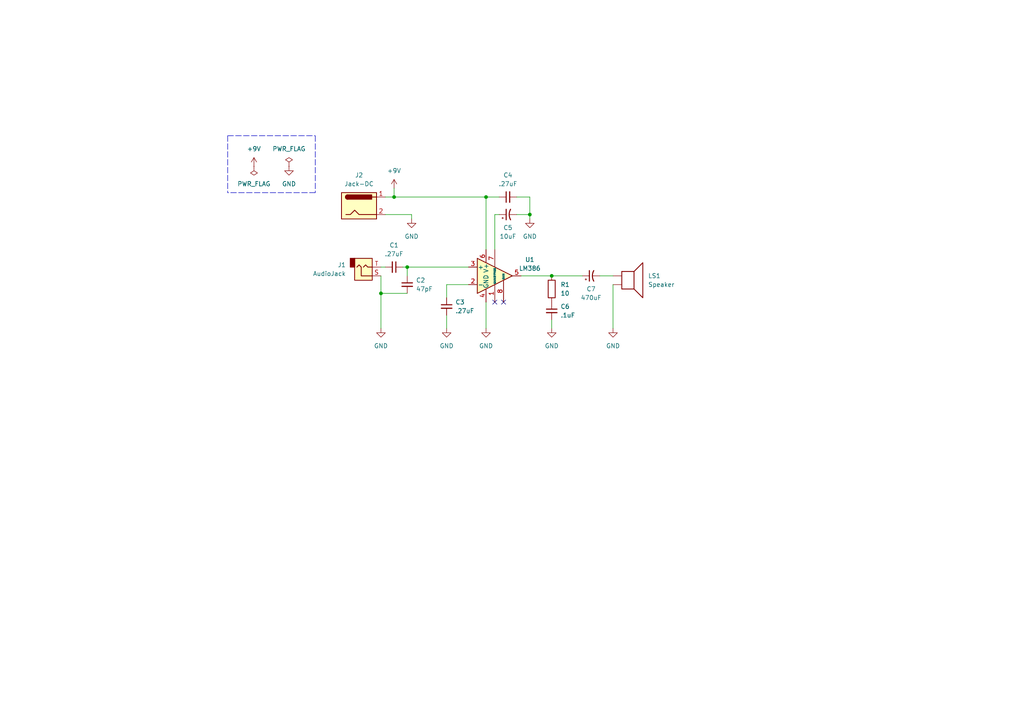
<source format=kicad_sch>
(kicad_sch (version 20211123) (generator eeschema)
  (paper "A4")
  (lib_symbols
    (symbol "Amplifier_Audio:LM386" (pin_names (offset 0.127))
      (property "Reference" "U" (at 1.27 7.62 0))
      (property "Value" "LM386" (at 1.27 5.08 0))
      (symbol "LM386_0_1"
        (polyline (pts (xy 5.08 0) (xy -5.08 5.08) (xy -5.08 -5.08) (xy 5.08 0)) (stroke (width 0.254)) (fill (type background)))
      )
      (symbol "LM386_1_1"
        (pin input line (at 0 -7.62 90) (length 5.08) (name "GAIN") (number "1"))
        (pin input line (at -7.62 -2.54 0) (length 2.54) (name "-") (number "2"))
        (pin input line (at -7.62 2.54 0) (length 2.54) (name "+") (number "3"))
        (pin power_in line (at -2.54 -7.62 90) (length 3.81) (name "GND") (number "4"))
        (pin output line (at 7.62 0 180) (length 2.54) (name "~") (number "5"))
        (pin power_in line (at -2.54 7.62 270) (length 3.81) (name "V+") (number "6"))
        (pin input line (at 0 7.62 270) (length 5.08) (name "BYPASS") (number "7"))
        (pin input line (at 2.54 -7.62 90) (length 6.35) (name "GAIN") (number "8"))
      )
    )
    (symbol "Connector:AudioJack2"
      (property "Reference" "J" (at 0 8.89 0))
      (property "Value" "AudioJack2" (at 0 6.35 0))
      (symbol "AudioJack2_0_1"
        (rectangle (start -3.81 0) (end -2.54 -2.54) (stroke (width 0.254)) (fill (type outline)))
        (rectangle (start -2.54 3.81) (end 2.54 -2.54) (stroke (width 0.254)) (fill (type background)))
        (polyline (pts (xy 0 0) (xy 0.635 -0.635) (xy 1.27 0) (xy 2.54 0)) (stroke (width 0.254)))
        (polyline (pts (xy 2.54 2.54) (xy -0.635 2.54) (xy -0.635 0) (xy -1.27 -0.635) (xy -1.905 0)) (stroke (width 0.254)))
      )
      (symbol "AudioJack2_1_1"
        (pin passive line (at 5.08 2.54 180) (length 2.54) (name "~") (number "S"))
        (pin passive line (at 5.08 0 180) (length 2.54) (name "~") (number "T"))
      )
    )
    (symbol "Connector:Jack-DC" (pin_names (offset 1.016))
      (property "Reference" "J" (at 0 5.334 0))
      (property "Value" "Jack-DC" (at 0 -5.08 0))
      (symbol "Jack-DC_0_1"
        (rectangle (start -5.08 3.81) (end 5.08 -3.81) (stroke (width 0.254)) (fill (type background)))
        (arc (start -3.302 3.175) (mid -3.937 2.54) (end -3.302 1.905) (stroke (width 0.254)))
        (arc (start -3.302 3.175) (mid -3.937 2.54) (end -3.302 1.905) (stroke (width 0.254)) (fill (type outline)))
        (polyline (pts (xy 5.08 2.54) (xy 3.81 2.54)) (stroke (width 0.254)))
        (polyline (pts (xy -3.81 -2.54) (xy -2.54 -2.54) (xy -1.27 -1.27) (xy 0 -2.54) (xy 2.54 -2.54) (xy 5.08 -2.54)) (stroke (width 0.254)))
        (rectangle (start 3.683 3.175) (end -3.302 1.905) (stroke (width 0.254)) (fill (type outline)))
      )
      (symbol "Jack-DC_1_1"
        (pin passive line (at 7.62 2.54 180) (length 2.54) (name "~") (number "1"))
        (pin passive line (at 7.62 -2.54 180) (length 2.54) (name "~") (number "2"))
      )
    )
    (symbol "Device:C_Polarized_Small_US" (pin_numbers hide) (pin_names (offset 0.254) hide)
      (property "Reference" "C" (at 0.254 1.778 0))
      (property "Value" "C_Polarized_Small_US" (at 0.254 -2.032 0))
      (symbol "C_Polarized_Small_US_0_1"
        (polyline (pts (xy -1.524 0.508) (xy 1.524 0.508)) (stroke (width 0.3048)))
        (polyline (pts (xy -1.27 1.524) (xy -0.762 1.524)))
        (polyline (pts (xy -1.016 1.27) (xy -1.016 1.778)))
        (arc (start 1.524 -0.762) (mid 0 -0.3734) (end -1.524 -0.762) (stroke (width 0.3048)))
      )
      (symbol "C_Polarized_Small_US_1_1"
        (pin passive line (at 0 2.54 270) (length 2.032) (name "~") (number "1"))
        (pin passive line (at 0 -2.54 90) (length 2.032) (name "~") (number "2"))
      )
    )
    (symbol "Device:C_Small" (pin_numbers hide) (pin_names (offset 0.254) hide)
      (property "Reference" "C" (at 0.254 1.778 0))
      (property "Value" "C_Small" (at 0.254 -2.032 0))
      (symbol "C_Small_0_1"
        (polyline (pts (xy -1.524 -0.508) (xy 1.524 -0.508)) (stroke (width 0.3302)))
        (polyline (pts (xy -1.524 0.508) (xy 1.524 0.508)) (stroke (width 0.3048)))
      )
      (symbol "C_Small_1_1"
        (pin passive line (at 0 2.54 270) (length 2.032) (name "~") (number "1"))
        (pin passive line (at 0 -2.54 90) (length 2.032) (name "~") (number "2"))
      )
    )
    (symbol "Device:R" (pin_numbers hide) (pin_names (offset 0))
      (property "Reference" "R" (at 2.032 0 90))
      (property "Value" "R" (at 0 0 90))
      (symbol "R_0_1"
        (rectangle (start -1.016 -2.54) (end 1.016 2.54) (stroke (width 0.254)))
      )
      (symbol "R_1_1"
        (pin passive line (at 0 3.81 270) (length 1.27) (name "~") (number "1"))
        (pin passive line (at 0 -3.81 90) (length 1.27) (name "~") (number "2"))
      )
    )
    (symbol "Device:Speaker" (pin_numbers hide) (pin_names (offset 0) hide)
      (property "Reference" "LS" (at 1.27 5.715 0))
      (property "Value" "Speaker" (at 1.27 3.81 0))
      (symbol "Speaker_0_0"
        (rectangle (start -2.54 1.27) (end 1.016 -3.81) (stroke (width 0.254)))
        (polyline (pts (xy 1.016 1.27) (xy 3.556 3.81) (xy 3.556 -6.35) (xy 1.016 -3.81)) (stroke (width 0.254)))
      )
      (symbol "Speaker_1_1"
        (pin input line (at -5.08 0 0) (length 2.54) (name "1") (number "1"))
        (pin input line (at -5.08 -2.54 0) (length 2.54) (name "2") (number "2"))
      )
    )
    (symbol "power:+9V" (power) (pin_numbers hide) (pin_names (offset 0) hide)
      (property "Value" "+9V" (at 0 3.556 0))
      (symbol "+9V_0_1"
        (polyline (pts (xy -0.762 1.27) (xy 0 2.54)))
        (polyline (pts (xy 0 0) (xy 0 2.54)))
        (polyline (pts (xy 0 2.54) (xy 0.762 1.27)))
      )
      (symbol "+9V_1_1"
        (pin power_in line (at 0 0 90) (length 0) hide (name "+9V") (number "1"))
      )
    )
    (symbol "power:GND" (power) (pin_numbers hide) (pin_names (offset 0) hide)
      (property "Value" "GND" (at 0 -3.81 0))
      (symbol "GND_0_1"
        (polyline (pts (xy 0 0) (xy 0 -1.27) (xy 1.27 -1.27) (xy 0 -2.54) (xy -1.27 -1.27) (xy 0 -1.27)))
      )
      (symbol "GND_1_1"
        (pin power_in line (at 0 0 270) (length 0) hide (name "GND") (number "1"))
      )
    )
    (symbol "power:PWR_FLAG" (power) (pin_numbers hide) (pin_names (offset 0) hide)
      (property "Value" "PWR_FLAG" (at 0 3.81 0))
      (symbol "PWR_FLAG_0_0"
        (pin power_out line (at 0 0 90) (length 0) (name "pwr") (number "1"))
      )
      (symbol "PWR_FLAG_0_1"
        (polyline (pts (xy 0 0) (xy 0 1.27) (xy -1.016 1.905) (xy 0 2.54) (xy 1.016 1.905) (xy 0 1.27)))
      )
    )
  )
  (junction (at 140.97 57.15))
  (junction (at 160.02 80.01))
  (junction (at 118.11 77.47))
  (junction (at 110.49 85.09))
  (junction (at 153.67 62.23))
  (junction (at 114.3 57.15))
  (no_connect (at 143.51 87.63))
  (no_connect (at 146.05 87.63))
  (wire (pts (xy 129.54 91.44) (xy 129.54 95.25)))
  (wire (pts (xy 151.13 80.01) (xy 160.02 80.01)))
  (wire (pts (xy 114.3 54.61) (xy 114.3 57.15)))
  (wire (pts (xy 168.91 80.01) (xy 160.02 80.01)))
  (wire (pts (xy 129.54 82.55) (xy 135.89 82.55)))
  (wire (pts (xy 110.49 85.09) (xy 110.49 80.01)))
  (wire (pts (xy 140.97 57.15) (xy 144.78 57.15)))
  (wire (pts (xy 153.67 63.5) (xy 153.67 62.23)))
  (wire (pts (xy 111.76 57.15) (xy 114.3 57.15)))
  (wire (pts (xy 143.51 62.23) (xy 143.51 72.39)))
  (wire (pts (xy 153.67 57.15) (xy 149.86 57.15)))
  (wire (pts (xy 111.76 62.23) (xy 119.38 62.23)))
  (wire (pts (xy 140.97 87.63) (xy 140.97 95.25)))
  (wire (pts (xy 114.3 57.15) (xy 140.97 57.15)))
  (wire (pts (xy 173.99 80.01) (xy 177.8 80.01)))
  (polyline (pts (xy 91.44 55.88) (xy 66.04 55.88)))
  (polyline (pts (xy 66.04 39.37) (xy 91.44 39.37)))
  (wire (pts (xy 177.8 82.55) (xy 177.8 95.25)))
  (polyline (pts (xy 66.04 39.37) (xy 66.04 55.88)))
  (wire (pts (xy 153.67 62.23) (xy 153.67 57.15)))
  (wire (pts (xy 129.54 86.36) (xy 129.54 82.55)))
  (wire (pts (xy 118.11 77.47) (xy 135.89 77.47)))
  (wire (pts (xy 110.49 77.47) (xy 111.76 77.47)))
  (wire (pts (xy 149.86 62.23) (xy 153.67 62.23)))
  (polyline (pts (xy 91.44 39.37) (xy 91.44 55.88)))
  (wire (pts (xy 118.11 80.01) (xy 118.11 77.47)))
  (wire (pts (xy 140.97 57.15) (xy 140.97 72.39)))
  (wire (pts (xy 160.02 92.71) (xy 160.02 95.25)))
  (wire (pts (xy 143.51 62.23) (xy 144.78 62.23)))
  (wire (pts (xy 118.11 85.09) (xy 110.49 85.09)))
  (wire (pts (xy 110.49 95.25) (xy 110.49 85.09)))
  (wire (pts (xy 116.84 77.47) (xy 118.11 77.47)))
  (wire (pts (xy 119.38 62.23) (xy 119.38 63.5)))
  (symbol (lib_id "Connector:AudioJack2") (at 105.41 77.47 0) (mirror x) (unit 1)
    (property "Reference" "J1" (at 100.33 76.8349 0) (effects (justify right)))
    (property "Value" "AudioJack" (at 100.33 79.3749 0) (effects (justify right)))
    (property "Footprint" "jme-audio-pinheader-2.54-vertical" (effects hide))
  )
  (symbol (lib_id "Device:C_Small") (at 147.32 57.15 90) (unit 1)
    (property "Reference" "C4" (at 147.3263 50.8 90))
    (property "Value" ".27uF" (at 147.3263 53.34 90))
    (property "Footprint" "Capacitor_THT:CP_Axial_L10.0mm_D4.5mm_P15.00mm_Horizontal" (effects hide))
  )
  (symbol (lib_id "Device:C_Small") (at 160.02 90.17 0) (unit 1)
    (property "Reference" "C6" (at 162.56 88.9062 0) (effects (justify left)))
    (property "Value" ".1uF" (at 162.56 91.4462 0) (effects (justify left)))
    (property "Footprint" "Capacitor_THT:CP_Axial_L10.0mm_D4.5mm_P15.00mm_Horizontal" (effects hide))
  )
  (symbol (lib_id "Device:C_Polarized_Small_US") (at 147.32 62.23 90) (unit 1)
    (property "Reference" "C5" (at 147.32 66.04 90))
    (property "Value" "10uF" (at 147.32 68.58 90))
    (property "Footprint" "Capacitor_THT:CP_Axial_L10.0mm_D4.5mm_P15.00mm_Horizontal" (effects hide))
  )
  (symbol (lib_id "power:+9V") (at 73.66 48.26 0) (unit 1)
    (property "Reference" "#PWR01" (effects hide))
    (property "Value" "+9V" (at 73.66 43.18 0))
  )
  (symbol (lib_id "power:GND") (at 119.38 63.5 0) (unit 1)
    (property "Reference" "#PWR04" (effects hide))
    (property "Value" "GND" (at 119.38 68.58 0))
  )
  (symbol (lib_id "Amplifier_Audio:LM386") (at 143.51 80.01 0) (unit 1)
    (property "Reference" "U1" (at 153.67 75.311 0))
    (property "Value" "LM386" (at 153.67 77.851 0))
    (property "Footprint" "LM386:DIP08" (effects hide))
    (property "Datasheet" "http://www.ti.com/lit/ds/symlink/lm386.pdf" (effects hide))
  )
  (symbol (lib_id "Device:C_Small") (at 114.3 77.47 270) (unit 1)
    (property "Reference" "C1" (at 114.2936 71.12 90))
    (property "Value" ".27uF" (at 114.2936 73.66 90))
    (property "Footprint" "Capacitor_THT:CP_Axial_L10.0mm_D4.5mm_P15.00mm_Horizontal" (effects hide))
  )
  (symbol (lib_id "power:PWR_FLAG") (at 83.82 48.26 0) (unit 1)
    (property "Reference" "#FLG02" (effects hide))
    (property "Value" "PWR_FLAG" (at 83.82 43.18 0))
  )
  (symbol (lib_id "Device:C_Small") (at 118.11 82.55 0) (unit 1)
    (property "Reference" "C2" (at 120.65 81.2862 0) (effects (justify left)))
    (property "Value" "47pF" (at 120.65 83.8262 0) (effects (justify left)))
    (property "Footprint" "Capacitor_THT:CP_Axial_L10.0mm_D4.5mm_P15.00mm_Horizontal" (effects hide))
  )
  (symbol (lib_id "Device:C_Polarized_Small_US") (at 171.45 80.01 90) (unit 1)
    (property "Reference" "C7" (at 171.45 83.82 90))
    (property "Value" "470uF" (at 171.45 86.36 90))
    (property "Footprint" "Capacitor_THT:CP_Axial_L10.0mm_D4.5mm_P15.00mm_Horizontal" (effects hide))
  )
  (symbol (lib_id "power:GND") (at 129.54 95.25 0) (unit 1)
    (property "Reference" "#PWR0102" (effects hide))
    (property "Value" "GND" (at 129.54 100.33 0))
  )
  (symbol (lib_id "power:PWR_FLAG") (at 73.66 48.26 180) (unit 1)
    (property "Reference" "#FLG01" (effects hide))
    (property "Value" "PWR_FLAG" (at 73.66 53.34 0))
  )
  (symbol (lib_id "Device:C_Small") (at 129.54 88.9 0) (unit 1)
    (property "Reference" "C3" (at 132.08 87.6362 0) (effects (justify left)))
    (property "Value" ".27uF" (at 132.08 90.1762 0) (effects (justify left)))
    (property "Footprint" "Capacitor_THT:CP_Axial_L10.0mm_D4.5mm_P15.00mm_Horizontal" (effects hide))
  )
  (symbol (lib_id "power:GND") (at 177.8 95.25 0) (unit 1)
    (property "Reference" "#PWR0105" (effects hide))
    (property "Value" "GND" (at 177.8 100.33 0))
  )
  (symbol (lib_id "power:GND") (at 83.82 48.26 0) (unit 1)
    (property "Reference" "#PWR02" (effects hide))
    (property "Value" "GND" (at 83.82 53.34 0))
  )
  (symbol (lib_id "power:+9V") (at 114.3 54.61 0) (unit 1)
    (property "Reference" "#PWR03" (effects hide))
    (property "Value" "+9V" (at 114.3 49.53 0))
  )
  (symbol (lib_id "Device:Speaker") (at 182.88 80.01 0) (unit 1)
    (property "Reference" "LS1" (at 187.96 80.0099 0) (effects (justify left)))
    (property "Value" "Speaker" (at 187.96 82.5499 0) (effects (justify left)))
    (property "Footprint" "Connector_PinHeader_2.54mm:PinHeader_1x02_P2.54mm_Vertical" (effects hide))
  )
  (symbol (lib_id "power:GND") (at 160.02 95.25 0) (unit 1)
    (property "Reference" "#PWR0104" (effects hide))
    (property "Value" "GND" (at 160.02 100.33 0))
  )
  (symbol (lib_id "power:GND") (at 140.97 95.25 0) (unit 1)
    (property "Reference" "#PWR0103" (effects hide))
    (property "Value" "GND" (at 140.97 100.33 0))
  )
  (symbol (lib_id "power:GND") (at 110.49 95.25 0) (unit 1)
    (property "Reference" "#PWR0101" (effects hide))
    (property "Value" "GND" (at 110.49 100.33 0))
  )
  (symbol (lib_id "Connector:Jack-DC") (at 104.14 59.69 0) (unit 1)
    (property "Reference" "J2" (at 104.14 50.8 0))
    (property "Value" "Jack-DC" (at 104.14 53.34 0))
    (property "Footprint" "Connector_PinHeader_2.54mm:PinHeader_1x02_P2.54mm_Vertical" (effects hide))
  )
  (symbol (lib_id "Device:R") (at 160.02 83.82 0) (unit 1)
    (property "Reference" "R1" (at 162.56 82.5499 0) (effects (justify left)))
    (property "Value" "10" (at 162.56 85.0899 0) (effects (justify left)))
    (property "Footprint" "Resistor_THT:R_Axial_DIN0414_L11.9mm_D4.5mm_P20.32mm_Horizontal" (effects hide))
  )
  (symbol (lib_id "power:GND") (at 153.67 63.5 0) (unit 1)
    (property "Reference" "#PWR0107" (effects hide))
    (property "Value" "GND" (at 153.67 68.58 0))
  )
)
</source>
